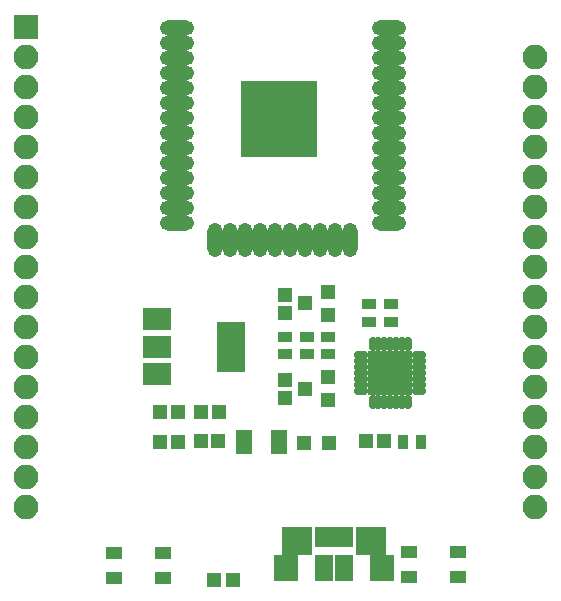
<source format=gts>
G04 #@! TF.FileFunction,Soldermask,Top*
%FSLAX46Y46*%
G04 Gerber Fmt 4.6, Leading zero omitted, Abs format (unit mm)*
G04 Created by KiCad (PCBNEW 4.0.6-e0-6349~52~ubuntu16.10.1) date Fri Apr 21 00:00:01 2017*
%MOMM*%
%LPD*%
G01*
G04 APERTURE LIST*
%ADD10C,0.100000*%
%ADD11O,2.900000X1.300000*%
%ADD12O,1.300000X2.900000*%
%ADD13R,6.400000X6.400000*%
%ADD14R,1.150000X1.200000*%
%ADD15R,1.200000X1.150000*%
%ADD16R,1.300000X1.200000*%
%ADD17R,0.900000X1.300000*%
%ADD18R,1.300000X0.900000*%
%ADD19R,1.450000X1.050000*%
%ADD20R,0.800000X1.750000*%
%ADD21R,2.500000X2.400000*%
%ADD22R,2.000000X2.300000*%
%ADD23R,1.600000X2.300000*%
%ADD24R,1.200000X1.300000*%
%ADD25R,1.200000X1.200000*%
%ADD26R,1.400000X2.000000*%
%ADD27O,1.250000X0.700000*%
%ADD28O,0.700000X1.250000*%
%ADD29R,2.075000X2.075000*%
%ADD30R,2.400000X4.200000*%
%ADD31R,2.400000X1.900000*%
%ADD32R,2.100000X2.100000*%
%ADD33O,2.100000X2.100000*%
G04 APERTURE END LIST*
D10*
D11*
X180627800Y-71204000D03*
X180627800Y-72474000D03*
X180627800Y-73744000D03*
X180627800Y-75014000D03*
X180627800Y-76284000D03*
X180627800Y-77554000D03*
X180627800Y-78824000D03*
X180627800Y-80094000D03*
X180627800Y-81364000D03*
X180627800Y-82634000D03*
X180627800Y-83904000D03*
X180627800Y-85174000D03*
X180627800Y-86444000D03*
X180627800Y-87714000D03*
D12*
X177342800Y-89204000D03*
X176072800Y-89204000D03*
X174802800Y-89204000D03*
X173532800Y-89204000D03*
X172262800Y-89204000D03*
X170992800Y-89204000D03*
X169722800Y-89204000D03*
X168452800Y-89204000D03*
X167182800Y-89204000D03*
X165912800Y-89204000D03*
D11*
X162627800Y-87714000D03*
X162627800Y-86444000D03*
X162627800Y-85174000D03*
X162627800Y-83904000D03*
X162627800Y-82634000D03*
X162627800Y-81364000D03*
X162627800Y-80094000D03*
X162627800Y-78824000D03*
X162627800Y-77554000D03*
X162627800Y-76284000D03*
X162627800Y-75014000D03*
X162627800Y-73744000D03*
X162627800Y-72474000D03*
X162627800Y-71204000D03*
D13*
X171327800Y-78904000D03*
D14*
X171767500Y-93865000D03*
X171767500Y-95365000D03*
D15*
X166180200Y-103733600D03*
X164680200Y-103733600D03*
X162738500Y-106299000D03*
X161238500Y-106299000D03*
X162751200Y-103733600D03*
X161251200Y-103733600D03*
X178701000Y-106222800D03*
X180201000Y-106222800D03*
D16*
X175472600Y-102702400D03*
X175472600Y-100802400D03*
X173472600Y-101752400D03*
X175472600Y-95488800D03*
X175472600Y-93588800D03*
X173472600Y-94538800D03*
D17*
X183312500Y-106235500D03*
X181812500Y-106235500D03*
D18*
X180784500Y-94627000D03*
X180784500Y-96127000D03*
X178879500Y-94627000D03*
X178879500Y-96127000D03*
D19*
X182329000Y-115574500D03*
X186479000Y-115574500D03*
X182329000Y-117724500D03*
X186479000Y-117724500D03*
D20*
X177258500Y-114302500D03*
X176608500Y-114302500D03*
X175958500Y-114302500D03*
X175308500Y-114302500D03*
X174658500Y-114302500D03*
D21*
X179058500Y-114627500D03*
X172858500Y-114627500D03*
D22*
X171858500Y-116977500D03*
D23*
X175108500Y-116977500D03*
X176808500Y-116977500D03*
D22*
X180058500Y-116977500D03*
D24*
X173422600Y-106324400D03*
X175522600Y-106324400D03*
D25*
X167424000Y-117919500D03*
X165824000Y-117919500D03*
D19*
X157310000Y-115638000D03*
X161460000Y-115638000D03*
X157310000Y-117788000D03*
X161460000Y-117788000D03*
D14*
X171780200Y-102553200D03*
X171780200Y-101053200D03*
D15*
X166167500Y-106172000D03*
X164667500Y-106172000D03*
D26*
X168299000Y-106273600D03*
X171299000Y-106273600D03*
D18*
X175488600Y-97344800D03*
X175488600Y-98844800D03*
X171831000Y-98844800D03*
X171831000Y-97344800D03*
D27*
X178271000Y-98931600D03*
X178271000Y-99431600D03*
X178271000Y-99931600D03*
X178271000Y-100431600D03*
X178271000Y-100931600D03*
X178271000Y-101431600D03*
X178271000Y-101931600D03*
D28*
X179221000Y-102881600D03*
X179721000Y-102881600D03*
X180221000Y-102881600D03*
X180721000Y-102881600D03*
X181221000Y-102881600D03*
X181721000Y-102881600D03*
X182221000Y-102881600D03*
D27*
X183171000Y-101931600D03*
X183171000Y-101431600D03*
X183171000Y-100931600D03*
X183171000Y-100431600D03*
X183171000Y-99931600D03*
X183171000Y-99431600D03*
X183171000Y-98931600D03*
D28*
X182221000Y-97981600D03*
X181721000Y-97981600D03*
X181221000Y-97981600D03*
X180721000Y-97981600D03*
X180221000Y-97981600D03*
X179721000Y-97981600D03*
X179221000Y-97981600D03*
D29*
X181558500Y-101269100D03*
X181558500Y-99594100D03*
X179883500Y-101269100D03*
X179883500Y-99594100D03*
D30*
X167259400Y-98196400D03*
D31*
X160959400Y-98196400D03*
X160959400Y-100496400D03*
X160959400Y-95896400D03*
D32*
X149860000Y-71120000D03*
D33*
X149860000Y-73660000D03*
X149860000Y-76200000D03*
X149860000Y-78740000D03*
X149860000Y-81280000D03*
X149860000Y-83820000D03*
X149860000Y-86360000D03*
X149860000Y-88900000D03*
X149860000Y-91440000D03*
X149860000Y-93980000D03*
X149860000Y-96520000D03*
X149860000Y-99060000D03*
X149860000Y-101600000D03*
X149860000Y-104140000D03*
X149860000Y-106680000D03*
X149860000Y-109220000D03*
X149860000Y-111760000D03*
X192976500Y-73660000D03*
X192976500Y-76200000D03*
X192976500Y-78740000D03*
X192976500Y-81280000D03*
X192976500Y-83820000D03*
X192976500Y-86360000D03*
X192976500Y-88900000D03*
X192976500Y-91440000D03*
X192976500Y-93980000D03*
X192976500Y-96520000D03*
X192976500Y-99060000D03*
X192976500Y-101600000D03*
X192976500Y-104140000D03*
X192976500Y-106680000D03*
X192976500Y-109220000D03*
X192976500Y-111760000D03*
D18*
X173672500Y-98857500D03*
X173672500Y-97357500D03*
M02*

</source>
